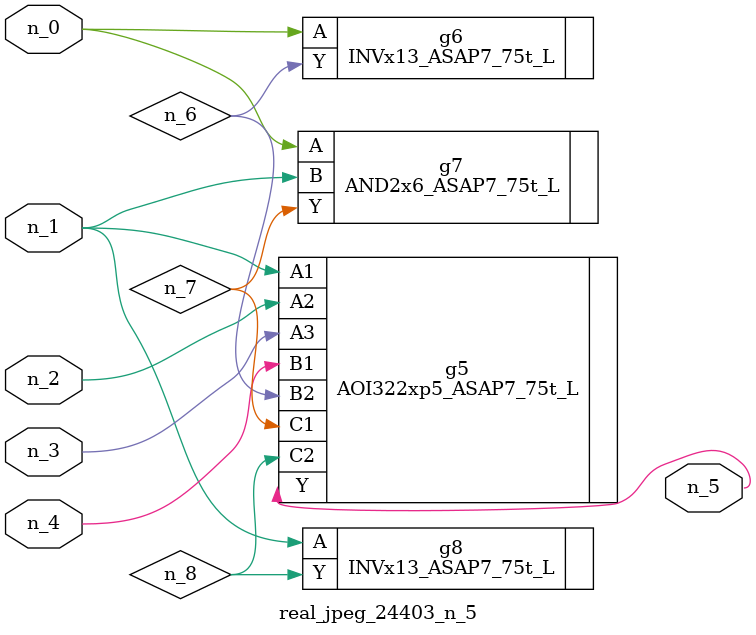
<source format=v>
module real_jpeg_24403_n_5 (n_4, n_0, n_1, n_2, n_3, n_5);

input n_4;
input n_0;
input n_1;
input n_2;
input n_3;

output n_5;

wire n_8;
wire n_6;
wire n_7;

INVx13_ASAP7_75t_L g6 ( 
.A(n_0),
.Y(n_6)
);

AND2x6_ASAP7_75t_L g7 ( 
.A(n_0),
.B(n_1),
.Y(n_7)
);

AOI322xp5_ASAP7_75t_L g5 ( 
.A1(n_1),
.A2(n_2),
.A3(n_3),
.B1(n_4),
.B2(n_6),
.C1(n_7),
.C2(n_8),
.Y(n_5)
);

INVx13_ASAP7_75t_L g8 ( 
.A(n_1),
.Y(n_8)
);


endmodule
</source>
